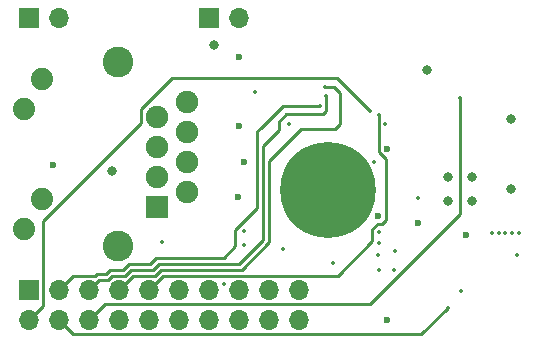
<source format=gbr>
G04 #@! TF.GenerationSoftware,KiCad,Pcbnew,(5.1.5)-3*
G04 #@! TF.CreationDate,2020-07-18T04:54:50-04:00*
G04 #@! TF.ProjectId,MONster64 - NetModule,4d4f4e73-7465-4723-9634-202d204e6574,rev?*
G04 #@! TF.SameCoordinates,Original*
G04 #@! TF.FileFunction,Copper,L5,Inr*
G04 #@! TF.FilePolarity,Positive*
%FSLAX46Y46*%
G04 Gerber Fmt 4.6, Leading zero omitted, Abs format (unit mm)*
G04 Created by KiCad (PCBNEW (5.1.5)-3) date 2020-07-18 04:54:50*
%MOMM*%
%LPD*%
G04 APERTURE LIST*
%ADD10R,1.900000X1.900000*%
%ADD11C,1.900000*%
%ADD12C,1.890000*%
%ADD13C,2.600000*%
%ADD14R,1.700000X1.700000*%
%ADD15O,1.700000X1.700000*%
%ADD16C,0.600000*%
%ADD17C,0.350000*%
%ADD18C,8.100000*%
%ADD19C,0.800000*%
%ADD20C,0.295000*%
G04 APERTURE END LIST*
D10*
X147955000Y-98679000D03*
D11*
X150495000Y-97409000D03*
X147955000Y-96139000D03*
X150495000Y-94869000D03*
X147955000Y-93599000D03*
X150495000Y-92329000D03*
X147955000Y-91059000D03*
X150495000Y-89789000D03*
D12*
X138235000Y-87909000D03*
X136715000Y-90449000D03*
X138235000Y-98019000D03*
X136715000Y-100559000D03*
D13*
X144665000Y-102009000D03*
X144665000Y-86459000D03*
D14*
X137160000Y-82740500D03*
D15*
X139700000Y-82740500D03*
X154940000Y-82740500D03*
D14*
X152400000Y-82740500D03*
X137160000Y-105727500D03*
D15*
X137160000Y-108267500D03*
X139700000Y-105727500D03*
X139700000Y-108267500D03*
X142240000Y-105727500D03*
X142240000Y-108267500D03*
X144780000Y-105727500D03*
X144780000Y-108267500D03*
X147320000Y-105727500D03*
X147320000Y-108267500D03*
X149860000Y-105727500D03*
X149860000Y-108267500D03*
X152400000Y-105727500D03*
X152400000Y-108267500D03*
X154940000Y-105727500D03*
X154940000Y-108267500D03*
X157480000Y-105727500D03*
X157480000Y-108267500D03*
X160020000Y-105727500D03*
X160020000Y-108267500D03*
D16*
X139192000Y-95123000D03*
D17*
X173736000Y-105854500D03*
X178498500Y-102743000D03*
D18*
X162496500Y-97282000D03*
D19*
X172593000Y-96139000D03*
X174625000Y-98171000D03*
X172593000Y-98171000D03*
X174625000Y-96139000D03*
D16*
X154940000Y-91884500D03*
X154940000Y-85979000D03*
X154822000Y-97844500D03*
D19*
X144136000Y-95640000D03*
D16*
X174117000Y-101092000D03*
D17*
X170065000Y-97905000D03*
D19*
X177936000Y-97146000D03*
X177927000Y-91249500D03*
X152772000Y-85026500D03*
X170878500Y-87122000D03*
D17*
X166814500Y-101790500D03*
X155321000Y-101917500D03*
X155321000Y-100774500D03*
X166751000Y-100838000D03*
X148429999Y-101679501D03*
X158686500Y-102298500D03*
D16*
X155384500Y-94869000D03*
D17*
X166370000Y-94869000D03*
X162877500Y-103441500D03*
X176339500Y-100901500D03*
X166687500Y-102806500D03*
X168148000Y-102425500D03*
D16*
X166687500Y-99504500D03*
X170053000Y-100076000D03*
D17*
X156273500Y-88963500D03*
X178054000Y-100901500D03*
X176911000Y-100901500D03*
X168084500Y-104076500D03*
X166814500Y-104076500D03*
X153670000Y-105219500D03*
X177482500Y-100901500D03*
X162242500Y-88582500D03*
X173672500Y-89471500D03*
X162320501Y-89295501D03*
X161798000Y-90170000D03*
X178625500Y-100901500D03*
X172593000Y-107251500D03*
X165989000Y-90614500D03*
X166751000Y-90932000D03*
X159194500Y-91694000D03*
X167322500Y-91694000D03*
D16*
X167449500Y-93789500D03*
X167449500Y-108267500D03*
D20*
X144780000Y-105727500D02*
X145986500Y-104521000D01*
X147826452Y-104521000D02*
X148321461Y-104025990D01*
X145986500Y-104521000D02*
X147826452Y-104521000D01*
X148321461Y-104025990D02*
X154368500Y-104025990D01*
X155143490Y-104025990D02*
X157480000Y-101689480D01*
X154368500Y-104025990D02*
X155143490Y-104025990D01*
X157480000Y-101689480D02*
X157480000Y-94805500D01*
X157480000Y-94805500D02*
X158559500Y-93726000D01*
X158559500Y-93726000D02*
X160210500Y-92075000D01*
X160210500Y-92075000D02*
X163068000Y-92075000D01*
X163068000Y-92075000D02*
X163449000Y-91694000D01*
X163449000Y-91694000D02*
X163449000Y-89090500D01*
X163449000Y-89090500D02*
X162941000Y-88582500D01*
X162941000Y-88582500D02*
X162242500Y-88582500D01*
X162242500Y-88582500D02*
X162242500Y-88582500D01*
X166009301Y-106925001D02*
X173672500Y-99261802D01*
X142240000Y-108267500D02*
X143582499Y-106925001D01*
X143582499Y-106925001D02*
X166009301Y-106925001D01*
X173672500Y-99261802D02*
X173672500Y-89471500D01*
X143857697Y-104877501D02*
X144214198Y-104521000D01*
X142240000Y-105727500D02*
X143089999Y-104877501D01*
X143089999Y-104877501D02*
X143857697Y-104877501D01*
X145286452Y-104521000D02*
X145781460Y-104025992D01*
X144214198Y-104521000D02*
X145286452Y-104521000D01*
X145781460Y-104025992D02*
X147243508Y-104025992D01*
X147256500Y-104013000D02*
X147634402Y-104013000D01*
X147243508Y-104025992D02*
X147256500Y-104013000D01*
X147634402Y-104013000D02*
X148116422Y-103530980D01*
X148116422Y-103530980D02*
X154163461Y-103530980D01*
X154163461Y-103530980D02*
X154938452Y-103530980D01*
X156984990Y-101484442D02*
X156984990Y-93522510D01*
X154938452Y-103530980D02*
X156984990Y-101484442D01*
X156984990Y-93522510D02*
X157480000Y-93027500D01*
X157480000Y-93027500D02*
X158305500Y-92202000D01*
X158305500Y-92202000D02*
X158305500Y-91503500D01*
X158305500Y-91503500D02*
X158940500Y-90868500D01*
X158940500Y-90868500D02*
X162052000Y-90868500D01*
X162320501Y-90599999D02*
X162320501Y-89295501D01*
X162052000Y-90868500D02*
X162320501Y-90599999D01*
X162320501Y-89295501D02*
X162320501Y-89295501D01*
X139700000Y-105727500D02*
X140906500Y-104521000D01*
X142746451Y-104521000D02*
X142884960Y-104382491D01*
X140906500Y-104521000D02*
X142746451Y-104521000D01*
X143652659Y-104382491D02*
X144009159Y-104025990D01*
X142884960Y-104382491D02*
X143652659Y-104382491D01*
X145081414Y-104025990D02*
X145589414Y-103517990D01*
X144009159Y-104025990D02*
X145081414Y-104025990D01*
X145589414Y-103517990D02*
X147051461Y-103517990D01*
X147429364Y-103517990D02*
X147911383Y-103035970D01*
X147051461Y-103517990D02*
X147429364Y-103517990D01*
X147911383Y-103035970D02*
X153543000Y-103035970D01*
X153543000Y-103035970D02*
X153631030Y-103035970D01*
X153631030Y-103035970D02*
X154622500Y-102044500D01*
X154622500Y-102044500D02*
X154622500Y-100647500D01*
X156489980Y-98780020D02*
X156489980Y-92303020D01*
X154622500Y-100647500D02*
X156489980Y-98780020D01*
X156489980Y-92303020D02*
X156781500Y-92011500D01*
X156781500Y-92011500D02*
X158369000Y-90424000D01*
X158369000Y-90424000D02*
X158623000Y-90170000D01*
X158623000Y-90170000D02*
X161798000Y-90170000D01*
X161798000Y-90170000D02*
X161798000Y-90170000D01*
X140897501Y-109465001D02*
X170379499Y-109465001D01*
X139700000Y-108267500D02*
X140897501Y-109465001D01*
X170379499Y-109465001D02*
X172593000Y-107251500D01*
X172593000Y-107251500D02*
X172593000Y-107251500D01*
X146657499Y-91594501D02*
X146657499Y-90436199D01*
X146657499Y-90436199D02*
X149273198Y-87820500D01*
X137160000Y-108267500D02*
X138357501Y-107069999D01*
X138357501Y-99894499D02*
X146657499Y-91594501D01*
X138357501Y-107069999D02*
X138357501Y-99894499D01*
X149273198Y-87820500D02*
X163195000Y-87820500D01*
X163195000Y-87820500D02*
X165989000Y-90614500D01*
X165989000Y-90614500D02*
X165989000Y-90614500D01*
X147320000Y-105727500D02*
X148526500Y-104521000D01*
X148526500Y-104521000D02*
X154813000Y-104521000D01*
X167335001Y-99815301D02*
X167335001Y-94633303D01*
X167335001Y-94633303D02*
X166751000Y-94049302D01*
X166998301Y-100152001D02*
X167335001Y-99815301D01*
X166663697Y-100152001D02*
X166998301Y-100152001D01*
X154821999Y-104529999D02*
X163301699Y-104529999D01*
X154813000Y-104521000D02*
X154821999Y-104529999D01*
X166228499Y-100587199D02*
X166663697Y-100152001D01*
X163301699Y-104529999D02*
X166228499Y-101603199D01*
X166228499Y-101603199D02*
X166228499Y-100587199D01*
X166751000Y-94049302D02*
X166751000Y-90932000D01*
X166751000Y-90932000D02*
X166751000Y-90932000D01*
M02*

</source>
